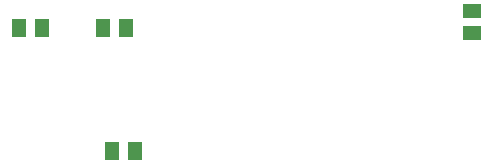
<source format=gbr>
G04 #@! TF.FileFunction,Paste,Bot*
%FSLAX46Y46*%
G04 Gerber Fmt 4.6, Leading zero omitted, Abs format (unit mm)*
G04 Created by KiCad (PCBNEW 4.0.6) date 06/21/17 15:37:43*
%MOMM*%
%LPD*%
G01*
G04 APERTURE LIST*
%ADD10C,0.100000*%
%ADD11R,1.300480X1.498600*%
%ADD12R,1.498600X1.300480*%
G04 APERTURE END LIST*
D10*
D11*
X59880500Y-63500000D03*
X57975500Y-63500000D03*
X57213500Y-53086000D03*
X59118500Y-53086000D03*
X50101500Y-53086000D03*
X52006500Y-53086000D03*
D12*
X88392000Y-51625500D03*
X88392000Y-53530500D03*
M02*

</source>
